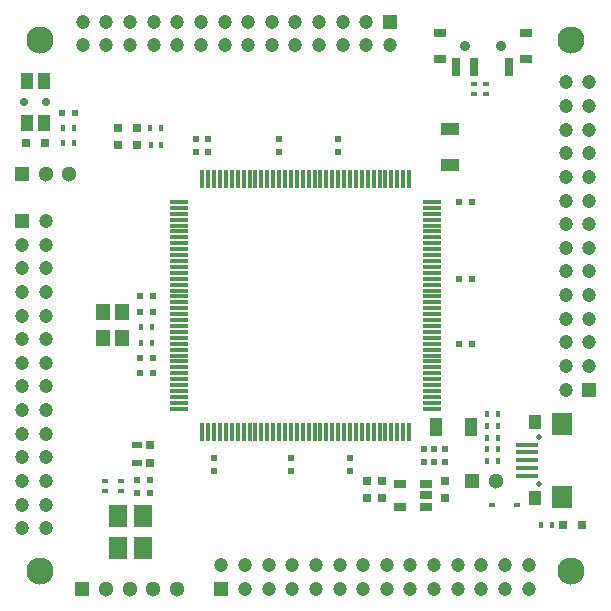
<source format=gbr>
G04 #@! TF.FileFunction,Soldermask,Top*
%FSLAX46Y46*%
G04 Gerber Fmt 4.6, Leading zero omitted, Abs format (unit mm)*
G04 Created by KiCad (PCBNEW 4.0.6) date 03/11/19 23:36:44*
%MOMM*%
%LPD*%
G01*
G04 APERTURE LIST*
%ADD10C,0.100000*%
%ADD11R,1.050000X1.400000*%
%ADD12C,0.700000*%
%ADD13R,1.300000X1.300000*%
%ADD14C,1.300000*%
%ADD15R,0.700000X1.500000*%
%ADD16R,1.000000X0.800000*%
%ADD17C,0.900000*%
%ADD18C,1.200000*%
%ADD19R,1.200000X1.200000*%
%ADD20C,2.300000*%
%ADD21R,0.600000X0.500000*%
%ADD22R,0.500000X0.600000*%
%ADD23R,0.400000X0.600000*%
%ADD24R,1.850000X0.400000*%
%ADD25C,0.500000*%
%ADD26R,1.800000X1.900000*%
%ADD27R,1.000000X1.200000*%
%ADD28R,0.600000X0.400000*%
%ADD29R,0.900000X0.500000*%
%ADD30R,1.550000X0.300000*%
%ADD31R,0.300000X1.550000*%
%ADD32R,1.060000X0.650000*%
%ADD33R,0.750000X0.800000*%
%ADD34R,1.000000X1.600000*%
%ADD35R,1.600000X1.000000*%
%ADD36R,1.500000X1.950000*%
%ADD37R,0.600000X0.450000*%
%ADD38R,0.800000X0.800000*%
%ADD39R,1.150000X1.400000*%
G04 APERTURE END LIST*
D10*
D11*
X102815000Y-109600000D03*
X102815000Y-106000000D03*
X101365000Y-109600000D03*
X101365000Y-106000000D03*
D12*
X102990000Y-107800000D03*
X101190000Y-107800000D03*
D13*
X139100000Y-139900000D03*
D14*
X141100000Y-139900000D03*
D15*
X142250000Y-104825000D03*
X139250000Y-104825000D03*
X137750000Y-104825000D03*
D16*
X143650000Y-101975000D03*
X136350000Y-101975000D03*
X136350000Y-104175000D03*
X143650000Y-104175000D03*
D17*
X138500000Y-103075000D03*
X141500000Y-103075000D03*
D18*
X143870000Y-149000000D03*
X143870000Y-147000000D03*
X141870000Y-147000000D03*
X141870000Y-149000000D03*
D19*
X117870000Y-149000000D03*
D18*
X117870000Y-147000000D03*
X119870000Y-149000000D03*
X119870000Y-147000000D03*
X121870000Y-149000000D03*
X121870000Y-147000000D03*
X123870000Y-149000000D03*
X123870000Y-147000000D03*
X125870000Y-149000000D03*
X125870000Y-147000000D03*
X127870000Y-149000000D03*
X127870000Y-147000000D03*
X129870000Y-149000000D03*
X129870000Y-147000000D03*
X131870000Y-149000000D03*
X131870000Y-147000000D03*
X133870000Y-149000000D03*
X133870000Y-147000000D03*
X135870000Y-149000000D03*
X135870000Y-147000000D03*
X137870000Y-149000000D03*
X137870000Y-147000000D03*
X139870000Y-149000000D03*
X139870000Y-147000000D03*
X106130000Y-101000000D03*
X106130000Y-103000000D03*
X108130000Y-103000000D03*
X108130000Y-101000000D03*
D19*
X132130000Y-101000000D03*
D18*
X132130000Y-103000000D03*
X130130000Y-101000000D03*
X130130000Y-103000000D03*
X128130000Y-101000000D03*
X128130000Y-103000000D03*
X126130000Y-101000000D03*
X126130000Y-103000000D03*
X124130000Y-101000000D03*
X124130000Y-103000000D03*
X122130000Y-101000000D03*
X122130000Y-103000000D03*
X120130000Y-101000000D03*
X120130000Y-103000000D03*
X118130000Y-101000000D03*
X118130000Y-103000000D03*
X116130000Y-101000000D03*
X116130000Y-103000000D03*
X114130000Y-101000000D03*
X114130000Y-103000000D03*
X112130000Y-101000000D03*
X112130000Y-103000000D03*
X110130000Y-101000000D03*
X110130000Y-103000000D03*
D20*
X147500000Y-147500000D03*
X102500000Y-147500000D03*
X147500000Y-102500000D03*
X102500000Y-102500000D03*
D18*
X101000000Y-143870000D03*
X103000000Y-143870000D03*
X103000000Y-141870000D03*
X101000000Y-141870000D03*
D19*
X101000000Y-117870000D03*
D18*
X103000000Y-117870000D03*
X101000000Y-119870000D03*
X103000000Y-119870000D03*
X101000000Y-121870000D03*
X103000000Y-121870000D03*
X101000000Y-123870000D03*
X103000000Y-123870000D03*
X101000000Y-125870000D03*
X103000000Y-125870000D03*
X101000000Y-127870000D03*
X103000000Y-127870000D03*
X101000000Y-129870000D03*
X103000000Y-129870000D03*
X101000000Y-131870000D03*
X103000000Y-131870000D03*
X101000000Y-133870000D03*
X103000000Y-133870000D03*
X101000000Y-135870000D03*
X103000000Y-135870000D03*
X101000000Y-137870000D03*
X103000000Y-137870000D03*
X101000000Y-139870000D03*
X103000000Y-139870000D03*
D21*
X110950000Y-129450000D03*
X112050000Y-129450000D03*
D22*
X122750000Y-112050000D03*
X122750000Y-110950000D03*
X116750000Y-112050000D03*
X116750000Y-110950000D03*
D21*
X112050000Y-124250000D03*
X110950000Y-124250000D03*
X112050000Y-130750000D03*
X110950000Y-130750000D03*
D22*
X117250000Y-137950000D03*
X117250000Y-139050000D03*
D21*
X104350000Y-108700000D03*
X105450000Y-108700000D03*
D22*
X136800000Y-138250000D03*
X136800000Y-137150000D03*
X135900000Y-138250000D03*
X135900000Y-137150000D03*
D23*
X140350000Y-136200000D03*
X141250000Y-136200000D03*
X140350000Y-137200000D03*
X141250000Y-137200000D03*
X141250000Y-138200000D03*
X140350000Y-138200000D03*
X144950000Y-143600000D03*
X145850000Y-143600000D03*
X105350000Y-111300000D03*
X104450000Y-111300000D03*
X112770000Y-111450000D03*
X111870000Y-111450000D03*
X112760000Y-110030000D03*
X111860000Y-110030000D03*
D13*
X101000000Y-113870000D03*
D14*
X103000000Y-113870000D03*
X105000000Y-113870000D03*
X114100000Y-149000000D03*
D13*
X106100000Y-149000000D03*
D14*
X108100000Y-149000000D03*
X110100000Y-149000000D03*
X112100000Y-149000000D03*
D24*
X143765000Y-139410000D03*
X143765000Y-138760000D03*
X143765000Y-138110900D03*
X143765000Y-137460000D03*
X143765000Y-136810000D03*
D25*
X144790000Y-140110000D03*
X144790000Y-136110000D03*
D26*
X146690000Y-141210000D03*
X146690000Y-135010000D03*
D27*
X144440000Y-134910000D03*
X144440000Y-141310000D03*
D18*
X149000000Y-106130000D03*
X147000000Y-106130000D03*
X147000000Y-108130000D03*
X149000000Y-108130000D03*
D19*
X149000000Y-132130000D03*
D18*
X147000000Y-132130000D03*
X149000000Y-130130000D03*
X147000000Y-130130000D03*
X149000000Y-128130000D03*
X147000000Y-128130000D03*
X149000000Y-126130000D03*
X147000000Y-126130000D03*
X149000000Y-124130000D03*
X147000000Y-124130000D03*
X149000000Y-122130000D03*
X147000000Y-122130000D03*
X149000000Y-120130000D03*
X147000000Y-120130000D03*
X149000000Y-118130000D03*
X147000000Y-118130000D03*
X149000000Y-116130000D03*
X147000000Y-116130000D03*
X149000000Y-114130000D03*
X147000000Y-114130000D03*
X149000000Y-112130000D03*
X147000000Y-112130000D03*
X149000000Y-110130000D03*
X147000000Y-110130000D03*
D21*
X112050000Y-125550000D03*
X110950000Y-125550000D03*
D22*
X110700000Y-139750000D03*
X110700000Y-140850000D03*
X123750000Y-137950000D03*
X123750000Y-139050000D03*
X128750000Y-137950000D03*
X128750000Y-139050000D03*
X135000000Y-137150000D03*
X135000000Y-138250000D03*
D21*
X137950000Y-128250000D03*
X139050000Y-128250000D03*
X137950000Y-122750000D03*
X139050000Y-122750000D03*
D23*
X111950000Y-128150000D03*
X111050000Y-128150000D03*
D28*
X139250000Y-106250000D03*
X139250000Y-107150000D03*
X140300000Y-107150000D03*
X140300000Y-106250000D03*
X109400000Y-140750000D03*
X109400000Y-139850000D03*
D23*
X105350000Y-110000000D03*
X104450000Y-110000000D03*
X140350000Y-135200000D03*
X141250000Y-135200000D03*
D22*
X111800000Y-140850000D03*
X111800000Y-139750000D03*
D21*
X137950000Y-116250000D03*
X139050000Y-116250000D03*
D22*
X127750000Y-112050000D03*
X127750000Y-110950000D03*
X115730000Y-112050000D03*
X115730000Y-110950000D03*
D23*
X111950000Y-126850000D03*
X111050000Y-126850000D03*
D28*
X108000000Y-140750000D03*
X108000000Y-139850000D03*
D29*
X110700000Y-136850000D03*
X110700000Y-138350000D03*
D30*
X114300000Y-116250000D03*
X114300000Y-116750000D03*
X114300000Y-117250000D03*
X114300000Y-117750000D03*
X114300000Y-118250000D03*
X114300000Y-118750000D03*
X114300000Y-119250000D03*
X114300000Y-119750000D03*
X114300000Y-120250000D03*
X114300000Y-120750000D03*
X114300000Y-121250000D03*
X114300000Y-121750000D03*
X114300000Y-122250000D03*
X114300000Y-122750000D03*
X114300000Y-123250000D03*
X114300000Y-123750000D03*
X114300000Y-124250000D03*
X114300000Y-124750000D03*
X114300000Y-125250000D03*
X114300000Y-125750000D03*
X114300000Y-126250000D03*
X114300000Y-126750000D03*
X114300000Y-127250000D03*
X114300000Y-127750000D03*
X114300000Y-128250000D03*
X114300000Y-128750000D03*
X114300000Y-129250000D03*
X114300000Y-129750000D03*
X114300000Y-130250000D03*
X114300000Y-130750000D03*
X114300000Y-131250000D03*
X114300000Y-131750000D03*
X114300000Y-132250000D03*
X114300000Y-132750000D03*
X114300000Y-133250000D03*
X114300000Y-133750000D03*
D31*
X116250000Y-135700000D03*
X116750000Y-135700000D03*
X117250000Y-135700000D03*
X117750000Y-135700000D03*
X118250000Y-135700000D03*
X118750000Y-135700000D03*
X119250000Y-135700000D03*
X119750000Y-135700000D03*
X120250000Y-135700000D03*
X120750000Y-135700000D03*
X121250000Y-135700000D03*
X121750000Y-135700000D03*
X122250000Y-135700000D03*
X122750000Y-135700000D03*
X123250000Y-135700000D03*
X123750000Y-135700000D03*
X124250000Y-135700000D03*
X124750000Y-135700000D03*
X125250000Y-135700000D03*
X125750000Y-135700000D03*
X126250000Y-135700000D03*
X126750000Y-135700000D03*
X127250000Y-135700000D03*
X127750000Y-135700000D03*
X128250000Y-135700000D03*
X128750000Y-135700000D03*
X129250000Y-135700000D03*
X129750000Y-135700000D03*
X130250000Y-135700000D03*
X130750000Y-135700000D03*
X131250000Y-135700000D03*
X131750000Y-135700000D03*
X132250000Y-135700000D03*
X132750000Y-135700000D03*
X133250000Y-135700000D03*
X133750000Y-135700000D03*
D30*
X135700000Y-133750000D03*
X135700000Y-133250000D03*
X135700000Y-132750000D03*
X135700000Y-132250000D03*
X135700000Y-131750000D03*
X135700000Y-131250000D03*
X135700000Y-130750000D03*
X135700000Y-130250000D03*
X135700000Y-129750000D03*
X135700000Y-129250000D03*
X135700000Y-128750000D03*
X135700000Y-128250000D03*
X135700000Y-127750000D03*
X135700000Y-127250000D03*
X135700000Y-126750000D03*
X135700000Y-126250000D03*
X135700000Y-125750000D03*
X135700000Y-125250000D03*
X135700000Y-124750000D03*
X135700000Y-124250000D03*
X135700000Y-123750000D03*
X135700000Y-123250000D03*
X135700000Y-122750000D03*
X135700000Y-122250000D03*
X135700000Y-121750000D03*
X135700000Y-121250000D03*
X135700000Y-120750000D03*
X135700000Y-120250000D03*
X135700000Y-119750000D03*
X135700000Y-119250000D03*
X135700000Y-118750000D03*
X135700000Y-118250000D03*
X135700000Y-117750000D03*
X135700000Y-117250000D03*
X135700000Y-116750000D03*
X135700000Y-116250000D03*
D31*
X133750000Y-114300000D03*
X133250000Y-114300000D03*
X132750000Y-114300000D03*
X132250000Y-114300000D03*
X131750000Y-114300000D03*
X131250000Y-114300000D03*
X130750000Y-114300000D03*
X130250000Y-114300000D03*
X129750000Y-114300000D03*
X129250000Y-114300000D03*
X128750000Y-114300000D03*
X128250000Y-114300000D03*
X127750000Y-114300000D03*
X127250000Y-114300000D03*
X126750000Y-114300000D03*
X126250000Y-114300000D03*
X125750000Y-114300000D03*
X125250000Y-114300000D03*
X124750000Y-114300000D03*
X124250000Y-114300000D03*
X123750000Y-114300000D03*
X123250000Y-114300000D03*
X122750000Y-114300000D03*
X122250000Y-114300000D03*
X121750000Y-114300000D03*
X121250000Y-114300000D03*
X120750000Y-114300000D03*
X120250000Y-114300000D03*
X119750000Y-114300000D03*
X119250000Y-114300000D03*
X118750000Y-114300000D03*
X118250000Y-114300000D03*
X117750000Y-114300000D03*
X117250000Y-114300000D03*
X116750000Y-114300000D03*
X116250000Y-114300000D03*
D32*
X135200000Y-142050000D03*
X135200000Y-141100000D03*
X135200000Y-140150000D03*
X133000000Y-140150000D03*
X133000000Y-142050000D03*
D33*
X136800000Y-141350000D03*
X136800000Y-139850000D03*
X131500000Y-141350000D03*
X131500000Y-139850000D03*
X130200000Y-141350000D03*
X130200000Y-139850000D03*
D34*
X136000000Y-135330000D03*
X139000000Y-135330000D03*
D35*
X137200000Y-113100000D03*
X137200000Y-110100000D03*
D33*
X111800000Y-138350000D03*
X111800000Y-136850000D03*
D36*
X109100000Y-145575000D03*
X109100000Y-142825000D03*
X111200000Y-142825000D03*
X111200000Y-145575000D03*
D37*
X140750000Y-141900000D03*
X142850000Y-141900000D03*
D38*
X146800000Y-143600000D03*
X148400000Y-143600000D03*
X110710000Y-111450000D03*
X109110000Y-111450000D03*
X110700000Y-110030000D03*
X109100000Y-110030000D03*
X102890000Y-111300000D03*
X101290000Y-111300000D03*
D39*
X109430000Y-127750000D03*
X109430000Y-125550000D03*
X107830000Y-125550000D03*
X107830000Y-127750000D03*
D23*
X140350000Y-134200000D03*
X141250000Y-134200000D03*
M02*

</source>
